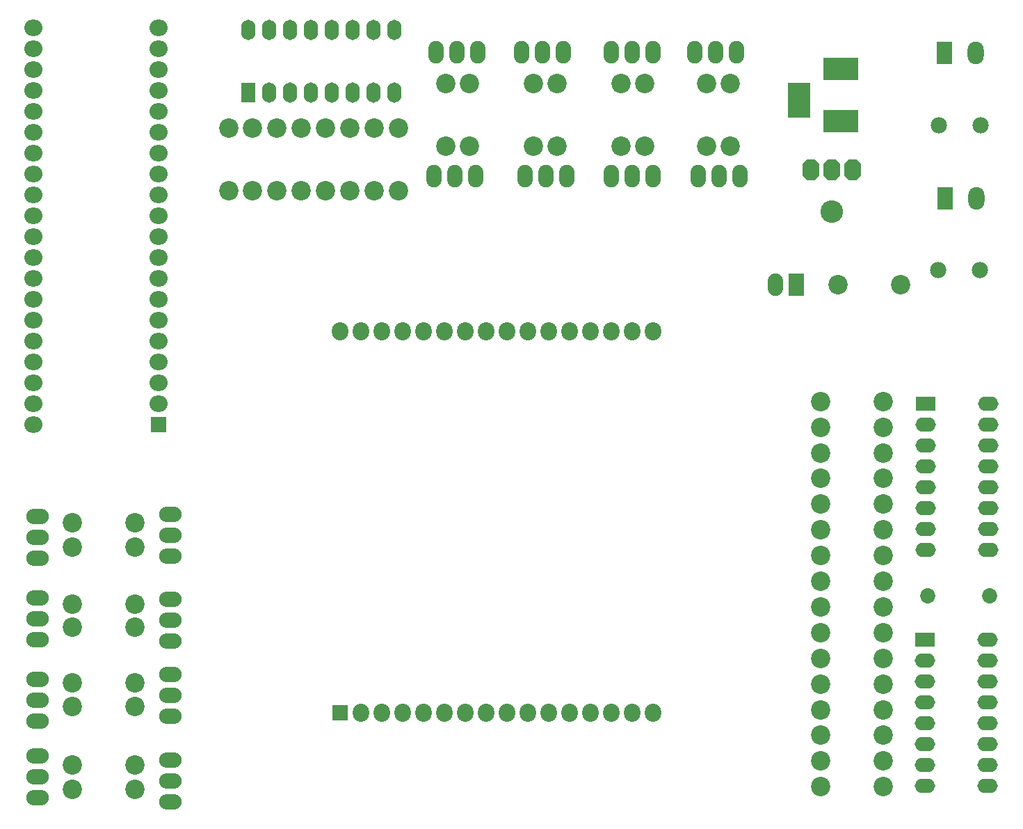
<source format=gbs>
G04*
G04 #@! TF.GenerationSoftware,Altium Limited,Altium Designer,21.3.2 (30)*
G04*
G04 Layer_Color=16711935*
%FSLAX25Y25*%
%MOIN*%
G70*
G04*
G04 #@! TF.SameCoordinates,223A028E-27ED-44F5-9DF7-BD247C2F6700*
G04*
G04*
G04 #@! TF.FilePolarity,Negative*
G04*
G01*
G75*
%ADD17O,0.08674X0.07887*%
%ADD18R,0.07690X0.07690*%
%ADD19C,0.09300*%
%ADD20R,0.07690X0.07690*%
%ADD21O,0.07887X0.08674*%
%ADD22R,0.09800X0.06800*%
%ADD23O,0.09800X0.06800*%
%ADD24O,0.06800X0.09800*%
%ADD25R,0.06800X0.09800*%
%ADD26O,0.07400X0.10800*%
G04:AMPARAMS|DCode=27|XSize=78mil|YSize=98mil|CornerRadius=0mil|HoleSize=0mil|Usage=FLASHONLY|Rotation=180.000|XOffset=0mil|YOffset=0mil|HoleType=Round|Shape=Octagon|*
%AMOCTAGOND27*
4,1,8,0.01950,-0.04900,-0.01950,-0.04900,-0.03900,-0.02950,-0.03900,0.02950,-0.01950,0.04900,0.01950,0.04900,0.03900,0.02950,0.03900,-0.02950,0.01950,-0.04900,0.0*
%
%ADD27OCTAGOND27*%

%ADD28C,0.10800*%
%ADD29R,0.07800X0.10800*%
%ADD30O,0.07800X0.10800*%
%ADD31O,0.10800X0.07400*%
%ADD32C,0.07800*%
%ADD33R,0.10800X0.16800*%
%ADD34R,0.16800X0.10800*%
%ADD35C,0.07296*%
%ADD36O,0.07300X0.10800*%
%ADD37R,0.07300X0.10800*%
D17*
X21000Y385500D02*
D03*
Y355500D02*
D03*
Y345500D02*
D03*
Y335500D02*
D03*
Y325500D02*
D03*
Y305500D02*
D03*
Y375500D02*
D03*
Y295500D02*
D03*
Y285500D02*
D03*
Y275500D02*
D03*
Y265500D02*
D03*
Y255500D02*
D03*
Y365500D02*
D03*
Y245500D02*
D03*
Y235500D02*
D03*
Y225500D02*
D03*
Y215500D02*
D03*
Y205500D02*
D03*
Y195500D02*
D03*
X81000Y385500D02*
D03*
Y355500D02*
D03*
Y345500D02*
D03*
Y335500D02*
D03*
Y325500D02*
D03*
Y315500D02*
D03*
Y305500D02*
D03*
Y375500D02*
D03*
Y295500D02*
D03*
Y285500D02*
D03*
Y275500D02*
D03*
Y265500D02*
D03*
Y255500D02*
D03*
Y365500D02*
D03*
Y245500D02*
D03*
Y235500D02*
D03*
Y225500D02*
D03*
Y215500D02*
D03*
Y205500D02*
D03*
X21000Y315500D02*
D03*
D18*
X81000Y195500D02*
D03*
D19*
X398239Y46678D02*
D03*
X428239D02*
D03*
Y108186D02*
D03*
X398239D02*
D03*
X428239Y34376D02*
D03*
X398239D02*
D03*
Y58979D02*
D03*
X428239D02*
D03*
Y71281D02*
D03*
X398239D02*
D03*
X428239Y83583D02*
D03*
X398239D02*
D03*
Y22074D02*
D03*
X428239D02*
D03*
Y95884D02*
D03*
X398239D02*
D03*
Y181996D02*
D03*
X428239D02*
D03*
X398239Y194298D02*
D03*
X428239D02*
D03*
X398239Y206600D02*
D03*
X428239D02*
D03*
X398239Y157393D02*
D03*
X428239D02*
D03*
X398239Y145091D02*
D03*
X428239D02*
D03*
X398239Y169694D02*
D03*
X428239D02*
D03*
X398239Y120488D02*
D03*
X428239D02*
D03*
X398239Y132789D02*
D03*
X428239D02*
D03*
X161071Y307500D02*
D03*
Y337500D02*
D03*
X149428Y307500D02*
D03*
Y337500D02*
D03*
X126143Y307500D02*
D03*
Y337500D02*
D03*
X137786Y307500D02*
D03*
Y337500D02*
D03*
X114500D02*
D03*
Y307500D02*
D03*
X172714D02*
D03*
Y337500D02*
D03*
X184357Y307500D02*
D03*
Y337500D02*
D03*
X196000Y307500D02*
D03*
Y337500D02*
D03*
X218500Y359000D02*
D03*
Y329000D02*
D03*
X230000D02*
D03*
Y359000D02*
D03*
X260500Y329000D02*
D03*
Y359000D02*
D03*
X272000D02*
D03*
Y329000D02*
D03*
X302500D02*
D03*
Y359000D02*
D03*
X314000Y329000D02*
D03*
Y359000D02*
D03*
X343500Y329000D02*
D03*
Y359000D02*
D03*
X355000D02*
D03*
Y329000D02*
D03*
X69500Y32500D02*
D03*
X39500D02*
D03*
Y21000D02*
D03*
X69500D02*
D03*
X39500Y60500D02*
D03*
X69500D02*
D03*
Y72000D02*
D03*
X39500D02*
D03*
Y137000D02*
D03*
X69500D02*
D03*
Y148500D02*
D03*
X39500D02*
D03*
Y109651D02*
D03*
X69500D02*
D03*
Y98500D02*
D03*
X39500D02*
D03*
X436500Y262500D02*
D03*
X406500D02*
D03*
D20*
X168000Y57500D02*
D03*
D21*
X178000D02*
D03*
X188000D02*
D03*
X198000D02*
D03*
X208000D02*
D03*
X218000D02*
D03*
X228000D02*
D03*
X238000D02*
D03*
X248000D02*
D03*
X258000D02*
D03*
X268000D02*
D03*
X278000Y57524D02*
D03*
X288000Y57500D02*
D03*
X298000D02*
D03*
X308000D02*
D03*
X318000D02*
D03*
X168000Y240177D02*
D03*
X178000D02*
D03*
X188000D02*
D03*
X198000D02*
D03*
X208000D02*
D03*
X218000D02*
D03*
X228000D02*
D03*
X238000D02*
D03*
X248000D02*
D03*
X258000D02*
D03*
X268000D02*
D03*
X278000D02*
D03*
X288000D02*
D03*
X298000D02*
D03*
X308000D02*
D03*
X318000D02*
D03*
D22*
X448239Y92600D02*
D03*
X448739Y205600D02*
D03*
D23*
X448239Y82600D02*
D03*
Y72600D02*
D03*
Y62600D02*
D03*
Y52600D02*
D03*
Y42600D02*
D03*
Y32600D02*
D03*
Y22600D02*
D03*
X478239Y92600D02*
D03*
Y82600D02*
D03*
Y72600D02*
D03*
Y62600D02*
D03*
Y52600D02*
D03*
Y42600D02*
D03*
Y32600D02*
D03*
Y22600D02*
D03*
X448739Y195600D02*
D03*
Y185600D02*
D03*
Y175600D02*
D03*
Y165600D02*
D03*
Y155600D02*
D03*
Y145600D02*
D03*
Y135600D02*
D03*
X478739Y205600D02*
D03*
Y195600D02*
D03*
Y185600D02*
D03*
Y175600D02*
D03*
Y165600D02*
D03*
Y155600D02*
D03*
Y145600D02*
D03*
Y135600D02*
D03*
D24*
X194000Y384500D02*
D03*
X184000D02*
D03*
X174000D02*
D03*
X164000D02*
D03*
X154000D02*
D03*
X144000D02*
D03*
X134000D02*
D03*
X124000D02*
D03*
X194000Y354500D02*
D03*
X184000D02*
D03*
X174000D02*
D03*
X164000D02*
D03*
X154000D02*
D03*
X144000D02*
D03*
X134000D02*
D03*
D25*
X124000D02*
D03*
D26*
X233000Y314500D02*
D03*
X223000D02*
D03*
X213000D02*
D03*
X256500D02*
D03*
X266500D02*
D03*
X276500D02*
D03*
X298000D02*
D03*
X308000D02*
D03*
X318000D02*
D03*
X214000Y374000D02*
D03*
X224000D02*
D03*
X234000D02*
D03*
X275000D02*
D03*
X265000D02*
D03*
X255000D02*
D03*
X318000D02*
D03*
X308000D02*
D03*
X298000D02*
D03*
X359500Y314500D02*
D03*
X349500D02*
D03*
X339500D02*
D03*
X338000Y374000D02*
D03*
X348000D02*
D03*
X358000D02*
D03*
D27*
X393500Y317500D02*
D03*
X403500D02*
D03*
X413500D02*
D03*
D28*
X403500Y297500D02*
D03*
D29*
X458000Y304000D02*
D03*
X457563Y373500D02*
D03*
D30*
X473000Y304000D02*
D03*
X472563Y373500D02*
D03*
D31*
X86500Y15000D02*
D03*
Y25000D02*
D03*
Y35000D02*
D03*
X23000Y37000D02*
D03*
Y27000D02*
D03*
Y17000D02*
D03*
X86500Y56000D02*
D03*
Y66000D02*
D03*
Y76000D02*
D03*
X23000Y73500D02*
D03*
Y63500D02*
D03*
Y53500D02*
D03*
X86500Y132500D02*
D03*
Y142500D02*
D03*
Y152500D02*
D03*
X23000Y151500D02*
D03*
Y141500D02*
D03*
Y131500D02*
D03*
X86500Y112000D02*
D03*
Y102000D02*
D03*
Y92000D02*
D03*
X23000Y92500D02*
D03*
Y102500D02*
D03*
Y112500D02*
D03*
D32*
X474500Y269500D02*
D03*
X454500D02*
D03*
X455000Y339000D02*
D03*
X475000D02*
D03*
D33*
X388000Y351000D02*
D03*
D34*
X408000Y366000D02*
D03*
Y341000D02*
D03*
D35*
X449736Y113500D02*
D03*
X479264D02*
D03*
D36*
X376500Y262500D02*
D03*
D37*
X386500D02*
D03*
M02*

</source>
